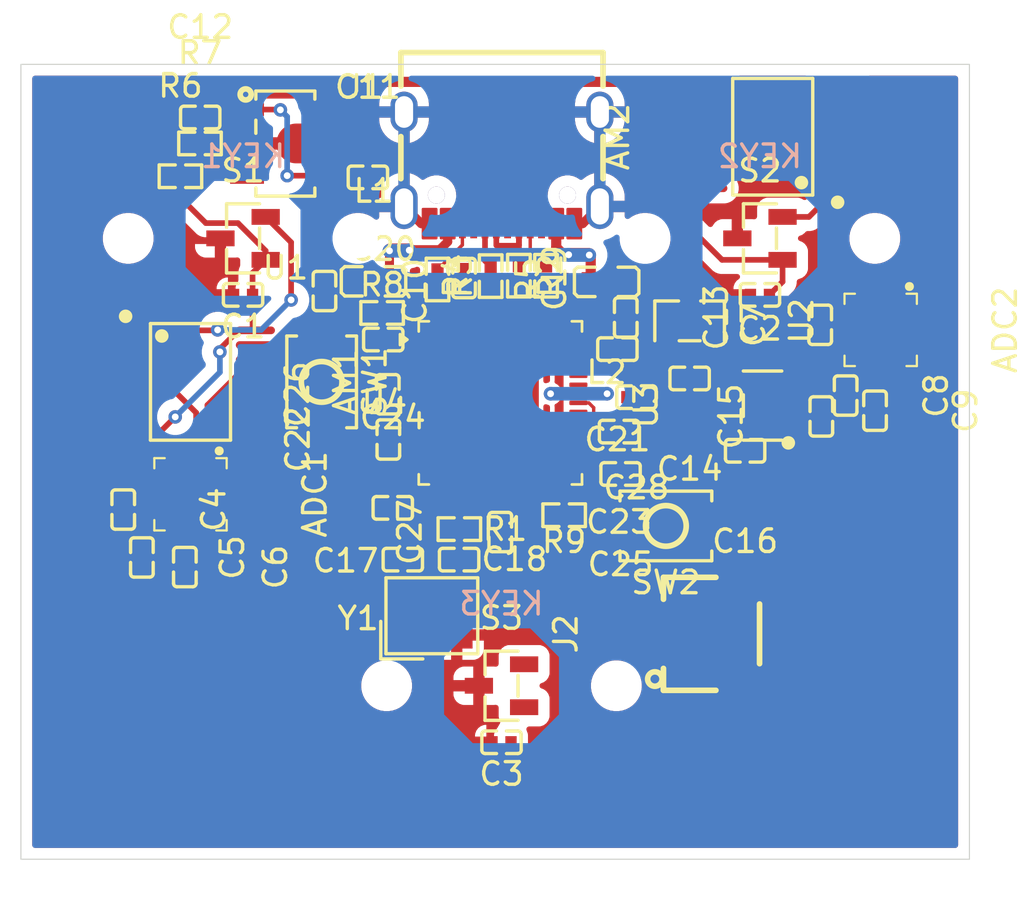
<source format=kicad_pcb>
(kicad_pcb (version 20241229) (generator "pcbnew") (generator_version "9.0")
  (layers (0 "F.Cu" signal) (2 "B.Cu" signal) (13 "F.Paste" user) (15 "B.Paste" user) (5 "F.SilkS" user "F.Silkscreen") (7 "B.SilkS" user "B.Silkscreen") (1 "F.Mask" user) (3 "B.Mask" user) (25 "Edge.Cuts" user))
  (net 0 "")
  (net 1 "GND")
  (net 2 "SDA1")
  (net 3 "AM1:1")
  (net 4 "SCL1")
  (net 6 "+3.3V")
  (net 7 "Net-(ADC1-DECAP)")
  (net 8 "+4V")
  (net 9 "AM1:2")
  (net 11 "Net-(ADC2-ADDR)")
  (net 12 "AM2:2")
  (net 13 "AM2:1")
  (net 14 "SCL2")
  (net 15 "SDA2")
  (net 17 "CONTROL_B")
  (net 18 "Net-(AM1-Y0)")
  (net 19 "CONTROL_A")
  (net 20 "Net-(AM2-Y0)")
  (net 21 "+5V")
  (net 22 "+1V1")
  (net 23 "X_IN")
  (net 24 "Net-(C18-Pad2)")
  (net 25 "VBUS")
  (net 26 "USB_D+")
  (net 27 "USB_D-")
  (net 28 "Net-(J1-CC2)")
  (net 31 "Net-(J1-CC1)")
  (net 32 "Net-(U4-SWCLK)")
  (net 33 "X_OUT")
  (net 34 "Net-(U4-USB_DM)")
  (net 35 "Net-(U4-USB_DP)")
  (net 36 "Net-(U1-ADJ)")
  (net 37 "Net-(U4-~{QSPI_SS})")
  (net 38 "Net-(R8-Pad1)")
  (net 39 "Net-(U4-RUN)")
  (net 40 "Net-(R9-Pad2)")
  (net 41 "S3")
  (net 73 "+3V3")
  (footprint "jlcpcb:R0402" (layer "F.Cu") (at 98.095 45.8)
    (property "Reference" "R7")
    (property "Value" "5.1 kΩ")
  )
  (footprint "jlcpcb:CRYSTAL-SMD_4P-L3.2-W2.5-BL" (layer "F.Cu") (at 108.35 66.7)
    (property "Reference" "Y1")
    (property "Value" "ABM8-272-T3")
  )
  (footprint "jlcpcb:SOT-23-3_L2.9-W1.3-P1.90-LS2.4-BR" (layer "F.Cu") (at 122.86 50)
    (property "Reference" "S2")
    (property "Value" "GH39FKSW")
  )
  (footprint "jlcpcb:SOT-23-3_L2.9-W1.3-P1.90-LS2.4-BR" (layer "F.Cu") (at 100 50)
    (property "Reference" "S1")
    (property "Value" "GH39FKSW")
  )
  (footprint "jlcpcb:SOT-23-3_L2.9-W1.6-P1.90-LS2.8-BR" (layer "F.Cu") (at 119.75 53.65 -90)
    (property "Reference" "U2")
    (property "Value" "ME6211A33M3G-N")
  )
  (footprint "jlcpcb:R0402" (layer "F.Cu") (at 97.23 47.25)
    (property "Reference" "R6")
    (property "Value" "22 kΩ")
  )
  (footprint "jlcpcb:SOT-23-5_L3.0-W1.7-P0.95-LS2.8-BL" (layer "F.Cu") (at 122.975 57.4 90)
    (property "Reference" "U3")
    (property "Value" "TLV74311PDBVR")
  )
  (footprint "jlcpcb:C0402" (layer "F.Cu") (at 116.555 54.9 180)
    (property "Reference" "C21")
    (property "Value" "100 nF")
  )
  (footprint "jlcpcb:C0402" (layer "F.Cu") (at 111.375 62.995 90)
    (property "Reference" "C27")
    (property "Value" "100 nF")
  )
  (footprint "jlcpcb:SOT-23-3_L2.9-W1.3-P1.90-LS2.4-BR" (layer "F.Cu") (at 111.43 69.7973)
    (property "Reference" "S3")
    (property "Value" "GH39FKSW")
  )
  (footprint "jlcpcb:R0402" (layer "F.Cu") (at 109.565 62.865)
    (property "Reference" "R1")
    (property "Value" "1 k")
  )
  (footprint "jlcpcb:C0402" (layer "F.Cu") (at 127.95 57.625 -90)
    (property "Reference" "C9")
    (property "Value" "1 uF")
  )
  (footprint "jlcpcb:C0402" (layer "F.Cu") (at 125.525 53.825 90)
    (property "Reference" "C7")
    (property "Value" "1 uF")
  )
  (footprint "jlcpcb:C0402" (layer "F.Cu") (at 106.2 54.475)
    (property "Reference" "C20")
    (property "Value" "100 nF")
  )
  (footprint "jlcpcb:C0402" (layer "F.Cu") (at 109.775 51.755 -90)
    (property "Reference" "C19")
    (property "Value" "100 nF")
  )
  (footprint "jlcpcb:C0402" (layer "F.Cu") (at 106.62 61.925)
    (property "Reference" "C24")
    (property "Value" "100 nF")
  )
  (footprint "jlcpcb:R0402" (layer "F.Cu") (at 110.95 51.67 -90)
    (property "Reference" "R3")
    (property "Value" "27 ohm")
  )
  (footprint "jlcpcb:CONN-SMD_SM03B-SRSS-TB-LF-SN-P" (layer "F.Cu") (at 120.2125 67.5 90)
    (property "Reference" "J2")
    (property "Value" "JST SWD debug header")
  )
  (footprint "jlcpcb:C0402" (layer "F.Cu") (at 125.575 57.88 90)
    (property "Reference" "C15")
    (property "Value" "4.7 uF")
  )
  (footprint "jlcpcb:R0402" (layer "F.Cu") (at 114.2 62.25)
    (property "Reference" "R9")
    (property "Value" "1 k")
  )
  (footprint "jlcpcb:SOT-89-5_L4.5-W2.5-P1.50-LS4.2-BR" (layer "F.Cu") (at 101.875 45.8 180)
    (property "Reference" "U1")
    (property "Value" "AP7361C-Y5-13")
  )
  (footprint "jlcpcb:C0402" (layer "F.Cu") (at 98.105 44.65)
    (property "Reference" "C12")
    (property "Value" "4.7 uF")
  )
  (footprint "jlcpcb:USB-C_SMD-TYPE-C-31-M-12_1" (layer "F.Cu") (at 111.45 46.8775 180)
    (property "Reference" "J1")
    (property "Value" "USB TYPE-C-31-M-12")
  )
  (footprint "jlcpcb:SW-SMD_L3.9-W3.0-P4.45" (layer "F.Cu") (at 118.7 62.725 180)
    (property "Reference" "SW2")
    (property "Value" "Pushbutton")
  )
  (footprint "jlcpcb:C0402" (layer "F.Cu") (at 103.6 52.33 -90)
    (property "Reference" "C10")
    (property "Value" "4.7 uF")
  )
  (footprint "jlcpcb:C0402" (layer "F.Cu") (at 116.695 60.425 180)
    (property "Reference" "C25")
    (property "Value" "100 nF")
  )
  (footprint "jlcpcb:TSSOP-16_L5.0-W4.4-P0.65-LS6.4-BL" (layer "F.Cu") (at 97.675 56.35 -90)
    (property "Reference" "AM1")
    (property "Value" "CD4052BMT/TR")
  )
  (footprint "jlcpcb:C0402" (layer "F.Cu") (at 100 52.5)
    (property "Reference" "C1")
    (property "Value" "100 nF")
  )
  (footprint "jlcpcb:C0402" (layer "F.Cu") (at 97.425 64.545 -90)
    (property "Reference" "C6")
    (property "Value" "1 uF")
  )
  (footprint "jlcpcb:WQFN-16_L3.0-W3.0-P0.50-TL-EP1.7" (layer "F.Cu") (at 97.675 61.325 -90)
    (property "Reference" "ADC1")
    (property "Value" "TLA2528IRTER")
  )
  (footprint "jlcpcb:R0402" (layer "F.Cu") (at 112.2 51.65 -90)
    (property "Reference" "R2")
    (property "Value" "27 ohm")
  )
  (footprint "jlcpcb:R0402" (layer "F.Cu") (at 106.15 53.3)
    (property "Reference" "R8")
    (property "Value" "1 k")
  )
  (footprint "jlcpcb:C0402" (layer "F.Cu") (at 106.425 58.9 90)
    (property "Reference" "C22")
    (property "Value" "100 nF")
  )
  (footprint "jlcpcb:C0402" (layer "F.Cu") (at 116.925 53.5 -90)
    (property "Reference" "C13")
    (property "Value" "4.7 uF")
  )
  (footprint "jlcpcb:C0402" (layer "F.Cu") (at 122.86 52.5)
    (property "Reference" "C2")
    (property "Value" "100 nF")
  )
  (footprint "jlcpcb:C0402" (layer "F.Cu") (at 116.63 58.55 180)
    (property "Reference" "C23")
    (property "Value" "100 nF")
  )
  (footprint "jlcpcb:C0402" (layer "F.Cu") (at 117.395 57.025 180)
    (property "Reference" "C28")
    (property "Value" "100 nF")
  )
  (footprint "jlcpcb:WQFN-16_L3.0-W3.0-P0.50-TL-EP1.7" (layer "F.Cu") (at 128.2 54.05 -90)
    (property "Reference" "ADC2")
    (property "Value" "TLA2528IRTER")
  )
  (footprint "jlcpcb:C0402" (layer "F.Cu") (at 107.065 64.215)
    (property "Reference" "C17")
    (property "Value" "15 pF")
  )
  (footprint "jlcpcb:L0603" (layer "F.Cu") (at 116.075 51.925 180)
    (property "Reference" "L2")
    (property "Value" "BLM18PG121SN1D_C14709")
  )
  (footprint "jlcpcb:C0402" (layer "F.Cu") (at 122.205 59.4 180)
    (property "Reference" "C16")
    (property "Value" "4.7 uF")
  )
  (footprint "jlcpcb:R0402" (layer "F.Cu") (at 113.4 51.655 90)
    (property "Reference" "R4")
    (property "Value" "5.1 kΩ")
  )
  (footprint "jlcpcb:C0402" (layer "F.Cu") (at 111.43 72.2973)
    (property "Reference" "C3")
    (property "Value" "100 nF")
  )
  (footprint "jlcpcb:C0402" (layer "F.Cu") (at 119.75 56.2 180)
    (property "Reference" "C14")
    (property "Value" "4.7 uF")
  )
  (footprint "jlcpcb:C0402" (layer "F.Cu") (at 126.65 56.955 -90)
    (property "Reference" "C8")
    (property "Value" "1 uF")
  )
  (footprint "jlcpcb:C0402" (layer "F.Cu") (at 94.7 62 -90)
    (property "Reference" "C4")
    (property "Value" "1 uF")
  )
  (footprint "jlcpcb:SW-SMD_L3.9-W3.0-P4.45" (layer "F.Cu") (at 103.475 56.35 90)
    (property "Reference" "SW1")
    (property "Value" "Pushbutton")
  )
  (footprint "jlcpcb:C0402" (layer "F.Cu") (at 109.555 64.215 180)
    (property "Reference" "C18")
    (property "Value" "15 pF")
  )
  (footprint "jlcpcb:L0603" (layer "F.Cu") (at 105.775 51.9)
    (property "Reference" "L1")
    (property "Value" "BLM18PG121SN1D_C14709")
  )
  (footprint "Package_DFN_QFN:QFN-60-1EP_7x7mm_P0.4mm_EP3.4x3.4mm" (layer "F.Cu") (at 111.38 57.28)
    (property "Reference" "U4")
    (property "Value" "RP2354A")
  )
  (footprint "jlcpcb:R0402" (layer "F.Cu") (at 108.6 51.82 -90)
    (property "Reference" "R5")
    (property "Value" "5.1 kΩ")
  )
  (footprint "jlcpcb:C0402" (layer "F.Cu") (at 95.525 64.12 -90)
    (property "Reference" "C5")
    (property "Value" "1 uF")
  )
  (footprint "jlcpcb:TSSOP-16_L5.0-W4.4-P0.65-LS6.4-BL" (layer "F.Cu") (at 123.425 45.5025 90)
    (property "Reference" "AM2")
    (property "Value" "CD4052BMT/TR")
  )
  (footprint "jlcpcb:C0402" (layer "F.Cu") (at 106.4 56.9 90)
    (property "Reference" "C26")
    (property "Value" "100 nF")
  )
  (footprint "jlcpcb:C0402" (layer "F.Cu") (at 105.52 47.3)
    (property "Reference" "C11")
    (property "Value" "1 uF")
  )
  (footprint "lekker:SW_MX_Lekker" (layer "B.Cu") (at 111.43 69.7973 180)
    (property "Reference" "KEY3")
    (property "Value" "SW_MX_Lekker" (hide yes))
  )
  (footprint "lekker:SW_MX_Lekker" (layer "B.Cu") (at 122.86 50 180)
    (property "Reference" "KEY2")
    (property "Value" "SW_MX_Lekker" (hide yes))
  )
  (footprint "lekker:SW_MX_Lekker" (layer "B.Cu") (at 100 50 180)
    (property "Reference" "KEY1")
    (property "Value" "SW_MX_Lekker" (hide yes))
  )
  (gr_rect (start 90.175 42.3) (end 132.125 77.475) (stroke (width 0.05)) (fill no) (layer "Edge.Cuts"))
  (via (at 113.6 56.875) (size 0.6) (drill 0.3) (layers "F.Cu" "B.Cu") (net 0))
  (via (at 116.1 56.875) (size 0.6) (drill 0.3) (layers "F.Cu" "B.Cu") (net 0))
  (segment (start 113.6 56.875) (end 116.1 56.875) (width 0.6) (layer "B.Cu") (net 0))
  (segment (start 116.975 54.9) (end 116.975 53.97) (width 0.45) (layer "F.Cu") (net 1))
  (segment (start 116.975 53.97) (end 116.925 53.92) (width 0.45) (layer "F.Cu") (net 1))
  (segment (start 114.65 49.3475) (end 115.02 49.3475) (width 0.4) (layer "F.Cu") (net 1))
  (segment (start 107.88 49.3475) (end 107.12 48.5875) (width 0.4) (layer "F.Cu") (net 1))
  (segment (start 108.25 49.3475) (end 107.88 49.3475) (width 0.4) (layer "F.Cu") (net 1))
  (segment (start 115.02 49.3475) (end 115.78 48.5875) (width 0.4) (layer "F.Cu") (net 1))
  (segment (start 95.58 55.37) (end 97.925 57.715) (width 0.25) (layer "F.Cu") (net 3))
  (segment (start 94.805 55.37) (end 95.58 55.37) (width 0.25) (layer "F.Cu") (net 3))
  (segment (start 97.925 57.715) (end 97.925 59.825) (width 0.25) (layer "F.Cu") (net 3))
  (segment (start 119.739 53.929) (end 118.221 53.929) (width 0.45) (layer "F.Cu") (net 6))
  (segment (start 116.115 54.88) (end 116.135 54.9) (width 0.15) (layer "F.Cu") (net 6))
  (segment (start 97.425 64.125) (end 97.425 62.825) (width 0.25) (layer "F.Cu") (net 6))
  (segment (start 116.299 55.596) (end 116.135 55.432) (width 0.45) (layer "F.Cu") (net 6))
  (segment (start 115.29242 57.28) (end 115.506 57.49358) (width 0.15) (layer "F.Cu") (net 6))
  (segment (start 114.83 54.48) (end 115.715 54.48) (width 0.15) (layer "F.Cu") (net 6))
  (segment (start 109.775 52.175) (end 109.795 52.175) (width 0.15) (layer "F.Cu") (net 6))
  (segment (start 120.17 56.2) (end 120.17 55.42) (width 0.45) (layer "F.Cu") (net 6))
  (segment (start 117.651 54.499) (end 117.651 55.596) (width 0.45) (layer "F.Cu") (net 6))
  (segment (start 114.83 54.48) (end 114.83 54.88) (width 0.15) (layer "F.Cu") (net 6))
  (segment (start 120.17 55.42) (end 120.7 54.89) (width 0.45) (layer "F.Cu") (net 6))
  (segment (start 120.7 54.89) (end 119.739 53.929) (width 0.45) (layer "F.Cu") (net 6))
  (segment (start 109.795 52.175) (end 110.98 53.36) (width 0.15) (layer "F.Cu") (net 6))
  (segment (start 116.21 58.55) (end 116.031 58.55) (width 0.15) (layer "F.Cu") (net 6))
  (segment (start 118.221 53.929) (end 117.651 54.499) (width 0.45) (layer "F.Cu") (net 6))
  (segment (start 114.83 57.28) (end 115.29242 57.28) (width 0.15) (layer "F.Cu") (net 6))
  (segment (start 127.95 55.55) (end 127.95 57.205) (width 0.25) (layer "F.Cu") (net 6))
  (segment (start 106.625 54.48) (end 106.62 54.475) (width 0.15) (layer "F.Cu") (net 6))
  (segment (start 107.93 58.48) (end 106.425 58.48) (width 0.15) (layer "F.Cu") (net 6))
  (segment (start 115.715 54.48) (end 116.135 54.9) (width 0.15) (layer "F.Cu") (net 6))
  (segment (start 107.93 54.48) (end 106.625 54.48) (width 0.15) (layer "F.Cu") (net 6))
  (segment (start 115.506 57.49358) (end 115.506 58.025) (width 0.15) (layer "F.Cu") (net 6))
  (segment (start 117.651 55.596) (end 116.299 55.596) (width 0.45) (layer "F.Cu") (net 6))
  (segment (start 116.135 55.432) (end 116.135 54.9) (width 0.45) (layer "F.Cu") (net 6))
  (segment (start 111.38 53.83) (end 110.98 53.83) (width 0.2) (layer "F.Cu") (net 6))
  (segment (start 114.83 54.88) (end 116.115 54.88) (width 0.15) (layer "F.Cu") (net 6))
  (segment (start 110.98 53.36) (end 110.98 53.83) (width 0.15) (layer "F.Cu") (net 6))
  (segment (start 116.031 58.55) (end 115.506 58.025) (width 0.15) (layer "F.Cu") (net 6))
  (segment (start 95.525 63.7) (end 95.525 62.725) (width 0.25) (layer "F.Cu") (net 7))
  (segment (start 95.525 62.725) (end 96.175 62.075) (width 0.25) (layer "F.Cu") (net 7))
  (segment (start 98.026 43.589) (end 97.685 43.93) (width 0.45) (layer "F.Cu") (net 8))
  (segment (start 98.975 54.89355) (end 99.79855 54.07) (width 0.25) (layer "F.Cu") (net 8))
  (segment (start 123.86 50.95) (end 123.86 51.92) (width 0.25) (layer "F.Cu") (net 8))
  (segment (start 96.175 61.575) (end 95.7 61.575) (width 0.25) (layer "F.Cu") (net 8))
  (segment (start 121.183 50.95) (end 118.8 48.567) (width 0.25) (layer "F.Cu") (net 8))
  (segment (start 125.58 54.3) (end 125.525 54.245) (width 0.25) (layer "F.Cu") (net 8))
  (segment (start 95.449 59.451) (end 97 57.9) (width 0.25) (layer "F.Cu") (net 8))
  (segment (start 103.575 44.3) (end 104.8 43.075) (width 0.45) (layer "F.Cu") (net 8))
  (segment (start 98.354 49.324) (end 96.8 47.77) (width 0.25) (layer "F.Cu") (net 8))
  (segment (start 118.8175 47.7825) (end 118.8 47.8) (width 0.25) (layer "F.Cu") (net 8))
  (segment (start 118.8 47.8) (end 118.8 44.25) (width 0.25) (layer "F.Cu") (net 8))
  (segment (start 95.483 61.575) (end 95.449 61.541) (width 0.25) (layer "F.Cu") (net 8))
  (segment (start 99.774 49.324) (end 98.354 49.324) (width 0.25) (layer "F.Cu") (net 8))
  (segment (start 96.8 47.77) (end 96.8 47.25) (width 0.25) (layer "F.Cu") (net 8))
  (segment (start 95.449 61.541) (end 95.449 59.451) (width 0.25) (layer "F.Cu") (net 8))
  (segment (start 96.985 44.65) (end 96.8 44.835) (width 0.45) (layer "F.Cu") (net 8))
  (segment (start 95.695 61.58) (end 95.7 61.575) (width 0.25) (layer "F.Cu") (net 8))
  (segment (start 120.555 47.7825) (end 118.8175 47.7825) (width 0.25) (layer "F.Cu") (net 8))
  (segment (start 102.864 43.589) (end 98.026 43.589) (width 0.45) (layer "F.Cu") (net 8))
  (segment (start 99.79855 54.07) (end 100.545 54.07) (width 0.25) (layer "F.Cu") (net 8))
  (segment (start 104.8 43.075) (end 117.625 43.075) (width 0.45) (layer "F.Cu") (net 8))
  (segment (start 117.625 43.075) (end 118.8 44.25) (width 0.45) (layer "F.Cu") (net 8))
  (segment (start 123.86 51.92) (end 123.28 52.5) (width 0.25) (layer "F.Cu") (net 8))
  (segment (start 98.975 55.025) (end 98.975 54.89355) (width 0.25) (layer "F.Cu") (net 8))
  (segment (start 118.8 48.567) (end 118.8 47.8) (width 0.25) (layer "F.Cu") (net 8))
  (segment (start 100.42 52.5) (end 100.42 53.945) (width 0.25) (layer "F.Cu") (net 8))
  (segment (start 96.8 44.835) (end 96.8 47.25) (width 0.45) (layer "F.Cu") (net 8))
  (segment (start 103.575 44.3) (end 102.864 43.589) (width 0.45) (layer "F.Cu") (net 8))
  (segment (start 126.7 54.3) (end 125.58 54.3) (width 0.25) (layer "F.Cu") (net 8))
  (segment (start 95.7 61.575) (end 95.483 61.575) (width 0.25) (layer "F.Cu") (net 8))
  (segment (start 94.7 61.58) (end 95.695 61.58) (width 0.25) (layer "F.Cu") (net 8))
  (segment (start 100.42 51.53) (end 101 50.95) (width 0.25) (layer "F.Cu") (net 8))
  (segment (start 100.42 52.5) (end 100.42 51.53) (width 0.25) (layer "F.Cu") (net 8))
  (segment (start 101 50.55) (end 99.774 49.324) (width 0.25) (layer "F.Cu") (net 8))
  (segment (start 97.685 43.93) (end 97.685 44.65) (width 0.45) (layer "F.Cu") (net 8))
  (segment (start 123.86 50.95) (end 121.183 50.95) (width 0.25) (layer "F.Cu") (net 8))
  (segment (start 97.685 44.65) (end 96.985 44.65) (width 0.45) (layer "F.Cu") (net 8))
  (segment (start 100.42 53.945) (end 100.545 54.07) (width 0.25) (layer "F.Cu") (net 8))
  (segment (start 101 50.95) (end 101 50.55) (width 0.25) (layer "F.Cu") (net 8))
  (via (at 98.975 55.025) (size 0.6) (drill 0.3) (layers "F.Cu" "B.Cu") (net 8))
  (via (at 97 57.9) (size 0.6) (drill 0.3) (layers "F.Cu" "B.Cu") (net 8))
  (segment (start 97 57.9) (end 98.975 55.925) (width 0.25) (layer "B.Cu") (net 8))
  (segment (start 98.975 55.925) (end 98.975 55.025) (width 0.25) (layer "B.Cu") (net 8))
  (segment (start 98.425 57.375) (end 98.425 59.825) (width 0.25) (layer "F.Cu") (net 9))
  (segment (start 100.545 56.03) (end 99.77 56.03) (width 0.25) (layer "F.Cu") (net 9))
  (segment (start 99.77 56.03) (end 98.425 57.375) (width 0.25) (layer "F.Cu") (net 9))
  (segment (start 126.7 54.8) (end 126.7 56.485) (width 0.25) (layer "F.Cu") (net 11))
  (segment (start 126.7 56.485) (end 126.65 56.535) (width 0.25) (layer "F.Cu") (net 11))
  (segment (start 102.125 52.725) (end 102.125 50.175) (width 0.25) (layer "F.Cu") (net 18))
  (segment (start 102.125 50.175) (end 101 49.05) (width 0.25) (layer "F.Cu") (net 18))
  (segment (start 94.805 54.07) (end 98.855 54.07) (width 0.25) (layer "F.Cu") (net 18))
  (segment (start 98.855 54.07) (end 98.875 54.05) (width 0.25) (layer "F.Cu") (net 18))
  (via (at 102.125 52.725) (size 0.6) (drill 0.3) (layers "F.Cu" "B.Cu") (net 18))
  (via (at 98.875 54.05) (size 0.6) (drill 0.3) (layers "F.Cu" "B.Cu") (net 18))
  (segment (start 100.8 54.05) (end 102.125 52.725) (width 0.25) (layer "B.Cu") (net 18))
  (segment (start 98.875 54.05) (end 100.8 54.05) (width 0.25) (layer "B.Cu") (net 18))
  (segment (start 125.0275 49.05) (end 126.295 47.7825) (width 0.25) (layer "F.Cu") (net 20))
  (segment (start 123.86 49.05) (end 125.0275 49.05) (width 0.25) (layer "F.Cu") (net 20))
  (segment (start 125.525 58.35) (end 125.575 58.3) (width 0.45) (layer "F.Cu") (net 21))
  (segment (start 103.61 51.9) (end 103.6 51.91) (width 0.45) (layer "F.Cu") (net 21))
  (segment (start 123.398 56.45) (end 123.119 56.729) (width 0.45) (layer "F.Cu") (net 21))
  (segment (start 119.75 52.41) (end 123.79 56.45) (width 0.45) (layer "F.Cu") (net 21))
  (segment (start 116.775 51.925) (end 119.265 51.925) (width 0.45) (layer "F.Cu") (net 21))
  (segment (start 100.175 44.3) (end 101.636 44.3) (width 0.25) (layer "F.Cu") (net 21))
  (segment (start 123.119 56.729) (end 123.119 58.071) (width 0.45) (layer "F.Cu") (net 21))
  (segment (start 103.6 47.325) (end 103.575 47.3) (width 0.45) (layer "F.Cu") (net 21))
  (segment (start 101.636 44.3) (end 101.65 44.314) (width 0.25) (layer "F.Cu") (net 21))
  (segment (start 123.119 58.071) (end 123.398 58.35) (width 0.45) (layer "F.Cu") (net 21))
  (segment (start 116.925 53.08) (end 116.925 52.075) (width 0.45) (layer "F.Cu") (net 21))
  (segment (start 124.125 58.35) (end 125.525 58.35) (width 0.45) (layer "F.Cu") (net 21))
  (segment (start 123.398 58.35) (end 124.125 58.35) (width 0.45) (layer "F.Cu") (net 21))
  (segment (start 103.575 47.3) (end 105.1 47.3) (width 0.45) (layer "F.Cu") (net 21))
  (segment (start 123.79 56.45) (end 124.125 56.45) (width 0.45) (layer "F.Cu") (net 21))
  (segment (start 103.5 47.225) (end 103.575 47.3) (width 0.25) (layer "F.Cu") (net 21))
  (segment (start 101.95 47.225) (end 103.5 47.225) (width 0.25) (layer "F.Cu") (net 21))
  (segment (start 105.075 51.9) (end 103.61 51.9) (width 0.45) (layer "F.Cu") (net 21))
  (segment (start 119.265 51.925) (end 119.75 52.41) (width 0.45) (layer "F.Cu") (net 21))
  (segment (start 124.125 56.45) (end 123.398 56.45) (width 0.45) (layer "F.Cu") (net 21))
  (segment (start 116.925 52.075) (end 116.775 51.925) (width 0.45) (layer "F.Cu") (net 21))
  (segment (start 103.6 51.91) (end 103.6 47.325) (width 0.45) (layer "F.Cu") (net 21))
  (via (at 101.95 47.225) (size 0.6) (drill 0.3) (layers "F.Cu" "B.Cu") (net 21))
  (via (at 101.65 44.314) (size 0.6) (drill 0.3) (layers "F.Cu" "B.Cu") (net 21))
  (segment (start 101.95 44.614) (end 101.95 47.225) (width 0.25) (layer "B.Cu") (net 21))
  (segment (start 101.65 44.314) (end 101.95 44.614) (width 0.25) (layer "B.Cu") (net 21))
  (segment (start 121.785 58.39) (end 121.825 58.35) (width 0.45) (layer "F.Cu") (net 22))
  (segment (start 107.93 56.48) (end 106.4 56.48) (width 0.15) (layer "F.Cu") (net 22))
  (segment (start 111.38 62.57) (end 111.375 62.575) (width 0.15) (layer "F.Cu") (net 22))
  (segment (start 121.785 59.4) (end 121.785 58.39) (width 0.45) (layer "F.Cu") (net 22))
  (segment (start 111.38 60.73) (end 111.38 62.57) (width 0.15) (layer "F.Cu") (net 22))
  (segment (start 110.02242 61.75) (end 108.6 61.75) (width 0.15) (layer "F.Cu") (net 23))
  (segment (start 110.58 60.73) (end 110.58 61.19242) (width 0.15) (layer "F.Cu") (net 23))
  (segment (start 108.6 61.75) (end 107.485 62.865) (width 0.15) (layer "F.Cu") (net 23))
  (segment (start 110.58 61.19242) (end 110.02242 61.75) (width 0.15) (layer "F.Cu") (net 23))
  (segment (start 108.226 64.956) (end 108.226 66.574) (width 0.15) (layer "F.Cu") (net 23))
  (segment (start 107.485 62.865) (end 107.485 64.215) (width 0.15) (layer "F.Cu") (net 23))
  (segment (start 107.485 64.215) (end 108.226 64.956) (width 0.15) (layer "F.Cu") (net 23))
  (segment (start 108.226 66.574) (end 107.25 67.55) (width 0.15) (layer "F.Cu") (net 23))
  (segment (start 109.135 62.865) (end 109.135 64.215) (width 0.15) (layer "F.Cu") (net 24))
  (segment (start 109.135 65.535) (end 109.45 65.85) (width 0.15) (layer "F.Cu") (net 24))
  (segment (start 109.135 64.215) (end 109.135 65.535) (width 0.15) (layer "F.Cu") (net 24))
  (segment (start 108.673914 50.525) (end 107.35 50.525) (width 0.45) (layer "F.Cu") (net 25))
  (segment (start 115.375 50.8) (end 115.375 51.925) (width 0.45) (layer "F.Cu") (net 25))
  (segment (start 114.175 50.725) (end 114.4 50.725) (width 0.45) (layer "F.Cu") (net 25))
  (segment (start 109.05 49.3475) (end 109.05 50.148914) (width 0.4) (layer "F.Cu") (net 25))
  (segment (start 113.85 50.4) (end 114.175 50.725) (width 0.45) (layer "F.Cu") (net 25))
  (segment (start 114.4 50.725) (end 115.3 50.725) (width 0.6) (layer "F.Cu") (net 25))
  (segment (start 115.3 50.725) (end 115.3125 50.7375) (width 0.45) (layer "F.Cu") (net 25))
  (segment (start 106.5 50.525) (end 106.475 50.55) (width 0.4) (layer "F.Cu") (net 25))
  (segment (start 109.05 50.148914) (end 108.673914 50.525) (width 0.4) (layer "F.Cu") (net 25))
  (segment (start 115.3125 50.7375) (end 115.375 50.8) (width 0.45) (layer "F.Cu") (net 25))
  (segment (start 113.85 49.3475) (end 113.85 50.4) (width 0.45) (layer "F.Cu") (net 25))
  (segment (start 106.475 50.55) (end 106.475 51.9) (width 0.4) (layer "F.Cu") (net 25))
  (segment (start 107.35 50.525) (end 106.5 50.525) (width 0.6) (layer "F.Cu") (net 25))
  (via (at 106.475 50.55) (size 0.6) (drill 0.3) (layers "F.Cu" "B.Cu") (net 25))
  (via (at 114.4 50.725) (size 0.6) (drill 0.3) (layers "F.Cu" "B.Cu") (net 25))
  (via (at 107.35 50.525) (size 0.6) (drill 0.3) (layers "F.Cu" "B.Cu") (net 25))
  (via (at 115.3125 50.7375) (size 0.6) (drill 0.3) (layers "F.Cu" "B.Cu") (net 25))
  (segment (start 107.55 50.725) (end 114.4 50.725) (width 0.6) (layer "B.Cu") (net 25))
  (segment (start 114.4125 50.7375) (end 114.4 50.725) (width 0.45) (layer "B.Cu") (net 25))
  (segment (start 106.475 50.55) (end 107.325 50.55) (width 0.6) (layer "B.Cu") (net 25))
  (segment (start 115.3125 50.7375) (end 114.4125 50.7375) (width 0.6) (layer "B.Cu") (net 25))
  (segment (start 107.35 50.525) (end 107.55 50.725) (width 0.4) (layer "B.Cu") (net 25))
  (segment (start 107.325 50.55) (end 107.35 50.525) (width 0.4) (layer "B.Cu") (net 25))
  (segment (start 110.7 49.3475) (end 110.7 48.3955) (width 0.25) (layer "F.Cu") (net 26))
  (segment (start 110.7 49.3475) (end 110.7 50.99) (width 0.25) (layer "F.Cu") (net 26))
  (segment (start 110.724 48.3715) (end 111.676 48.3715) (width 0.25) (layer "F.Cu") (net 26))
  (segment (start 111.676 48.3715) (end 111.7 48.3955) (width 0.25) (layer "F.Cu") (net 26))
  (segment (start 111.7 48.3955) (end 111.7 49.3475) (width 0.25) (layer "F.Cu") (net 26))
  (segment (start 110.7 48.3955) (end 110.724 48.3715) (width 0.25) (layer "F.Cu") (net 26))
  (segment (start 110.7 50.99) (end 110.95 51.24) (width 0.25) (layer "F.Cu") (net 26))
  (segment (start 111.2 50.2995) (end 111.224 50.3235) (width 0.25) (layer "F.Cu") (net 27))
  (segment (start 111.224 50.3235) (end 112.176 50.3235) (width 0.25) (layer "F.Cu") (net 27))
  (segment (start 112.2 50.2995) (end 112.2 49.3475) (width 0.25) (layer "F.Cu") (net 27))
  (segment (start 112.176 50.3235) (end 112.2 50.2995) (width 0.25) (layer "F.Cu") (net 27))
  (segment (start 112.2 49.3475) (end 112.2 51.22) (width 0.25) (layer "F.Cu") (net 27))
  (segment (start 111.2 49.3475) (end 111.2 50.2995) (width 0.25) (layer "F.Cu") (net 27))
  (segment (start 109.7 50.29) (end 108.6 51.39) (width 0.15) (layer "F.Cu") (net 28))
  (segment (start 109.7 49.3475) (end 109.7 50.29) (width 0.15) (layer "F.Cu") (net 28))
  (segment (start 112.7 50.525) (end 113.4 51.225) (width 0.15) (layer "F.Cu") (net 31))
  (segment (start 112.7 49.3475) (end 112.7 50.525) (width 0.15) (layer "F.Cu") (net 31))
  (segment (start 110.98 61.88) (end 109.995 62.865) (width 0.15) (layer "F.Cu") (net 33))
  (segment (start 110.98 60.73) (end 110.98 61.88) (width 0.15) (layer "F.Cu") (net 33))
  (segment (start 112.18 53.83) (end 112.18 52.1) (width 0.2) (layer "F.Cu") (net 34))
  (segment (start 112.18 52.1) (end 112.2 52.08) (width 0.2) (layer "F.Cu") (net 34))
  (segment (start 111.78 52.93) (end 110.95 52.1) (width 0.2) (layer "F.Cu") (net 35))
  (segment (start 111.78 53.83) (end 111.78 52.93) (width 0.2) (layer "F.Cu") (net 35))
  (segment (start 97.66 47.25) (end 97.66 45.805) (width 0.25) (layer "F.Cu") (net 36))
  (segment (start 97.71 47.3) (end 97.66 47.25) (width 0.25) (layer "F.Cu") (net 36))
  (segment (start 100.175 47.3) (end 97.71 47.3) (width 0.25) (layer "F.Cu") (net 36))
  (segment (start 97.66 45.805) (end 97.665 45.8) (width 0.25) (layer "F.Cu") (net 36))
  (segment (start 108.05 53.3) (end 106.58 53.3) (width 0.15) (layer "F.Cu") (net 37))
  (segment (start 108.58 53.83) (end 108.05 53.3) (width 0.15) (layer "F.Cu") (net 37))
  (segment (start 104.345 53.3) (end 103.475 54.17) (width 0.15) (layer "F.Cu") (net 38))
  (segment (start 105.72 53.3) (end 104.345 53.3) (width 0.15) (layer "F.Cu") (net 38))
  (segment (start 112.58 60.73) (end 112.58 61.28) (width 0.15) (layer "F.Cu") (net 39))
  (segment (start 113.55 62.25) (end 113.77 62.25) (width 0.15) (layer "F.Cu") (net 39))
  (segment (start 112.58 61.28) (end 113.55 62.25) (width 0.15) (layer "F.Cu") (net 39))
  (zone (net 22) (net_name "+1V1") (layer "F.Cu") (priority 3) (connect_pads (clearance 0.15)) (min_thickness 0.2) (fill yes (thermal_gap 0.3) (thermal_bridge_width 0.3))
    (polygon (pts (xy 113.575 59.475) (xy 109.175 59.475) (xy 109.175 55.075) (xy 113.575 55.075)))
  )
  (zone (net 73) (net_name "+3V3") (layer "F.Cu") (priority 1) (connect_pads yes (clearance 0.15)) (min_thickness 0.15) (fill yes (thermal_gap 0.508) (thermal_bridge_width 0.508))
    (polygon (pts (xy 114.175 60.075) (xy 108.575 60.075) (xy 108.575 54.475) (xy 114.175 54.475)))
  )
  (zone (net 1) (net_name "GND") (layers "F.Cu" "B.Cu") (connect_pads (clearance 0.5)) (min_thickness 0.25) (fill yes (thermal_gap 0.5) (thermal_bridge_width 0.5))
    (polygon (pts (xy 89.35 41.2) (xy 133.45 41.1) (xy 133.45 79.05) (xy 89.25 79.25)))
  )
)
</source>
